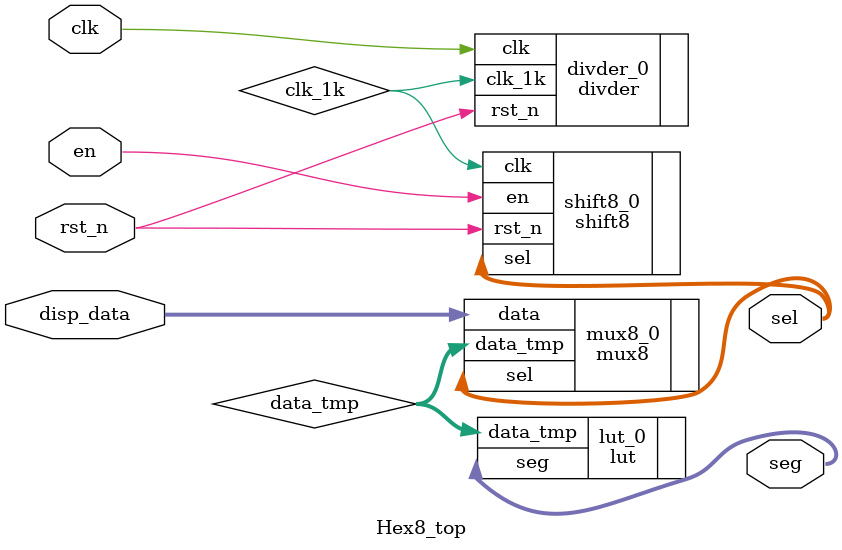
<source format=v>
module Hex8_top(
	input clk,
	input rst_n,
	input en,
	input [31:0] disp_data,
	output [6:0]seg,
	output [7:0]sel
);
	wire clk_1k;
	wire [3:0] data_tmp;
	//分频模块
	divder divder_0(
		.clk(clk),
		.rst_n(rst_n),
		.clk_1k(clk_1k)
	);
	//移位寄存器
	shift8 shift8_0(
		.clk(clk_1k),
		.rst_n(rst_n),
		.en(en),
		.sel(sel)
	);
	//扫描，获得每位数码管显示的数字
	mux8 mux8_0(
		.data(disp_data),
		.sel(sel),
		.data_tmp(data_tmp)
	);
	//得到数码管的显示阵列
	lut lut_0(
		.data_tmp(data_tmp),
		.seg(seg)
	);
endmodule
</source>
